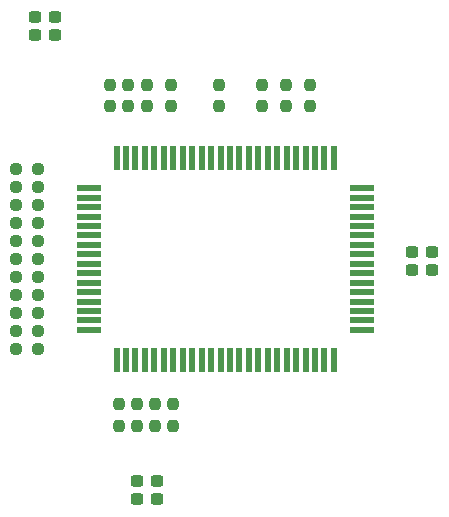
<source format=gbr>
%TF.GenerationSoftware,KiCad,Pcbnew,8.0.4*%
%TF.CreationDate,2024-07-26T11:17:42-07:00*%
%TF.ProjectId,ZORO,5a4f524f-2e6b-4696-9361-645f70636258,0*%
%TF.SameCoordinates,Original*%
%TF.FileFunction,Paste,Top*%
%TF.FilePolarity,Positive*%
%FSLAX46Y46*%
G04 Gerber Fmt 4.6, Leading zero omitted, Abs format (unit mm)*
G04 Created by KiCad (PCBNEW 8.0.4) date 2024-07-26 11:17:42*
%MOMM*%
%LPD*%
G01*
G04 APERTURE LIST*
G04 Aperture macros list*
%AMRoundRect*
0 Rectangle with rounded corners*
0 $1 Rounding radius*
0 $2 $3 $4 $5 $6 $7 $8 $9 X,Y pos of 4 corners*
0 Add a 4 corners polygon primitive as box body*
4,1,4,$2,$3,$4,$5,$6,$7,$8,$9,$2,$3,0*
0 Add four circle primitives for the rounded corners*
1,1,$1+$1,$2,$3*
1,1,$1+$1,$4,$5*
1,1,$1+$1,$6,$7*
1,1,$1+$1,$8,$9*
0 Add four rect primitives between the rounded corners*
20,1,$1+$1,$2,$3,$4,$5,0*
20,1,$1+$1,$4,$5,$6,$7,0*
20,1,$1+$1,$6,$7,$8,$9,0*
20,1,$1+$1,$8,$9,$2,$3,0*%
G04 Aperture macros list end*
%ADD10RoundRect,0.237500X0.237500X-0.250000X0.237500X0.250000X-0.237500X0.250000X-0.237500X-0.250000X0*%
%ADD11RoundRect,0.237500X0.250000X0.237500X-0.250000X0.237500X-0.250000X-0.237500X0.250000X-0.237500X0*%
%ADD12RoundRect,0.237500X-0.237500X0.250000X-0.237500X-0.250000X0.237500X-0.250000X0.237500X0.250000X0*%
%ADD13RoundRect,0.237500X0.300000X0.237500X-0.300000X0.237500X-0.300000X-0.237500X0.300000X-0.237500X0*%
%ADD14RoundRect,0.237500X-0.300000X-0.237500X0.300000X-0.237500X0.300000X0.237500X-0.300000X0.237500X0*%
%ADD15R,0.500000X2.100000*%
%ADD16R,2.100000X0.500000*%
G04 APERTURE END LIST*
D10*
%TO.C,R14*%
X42037000Y40235500D03*
X42037000Y42060500D03*
%TD*%
D11*
%TO.C,R3*%
X34440500Y25781000D03*
X32615500Y25781000D03*
%TD*%
D12*
%TO.C,R15*%
X44323000Y15022200D03*
X44323000Y13197200D03*
%TD*%
D11*
%TO.C,R5*%
X34440500Y19685000D03*
X32615500Y19685000D03*
%TD*%
D13*
%TO.C,C1*%
X44550500Y8509000D03*
X42825500Y8509000D03*
%TD*%
D10*
%TO.C,R35*%
X55455000Y40235500D03*
X55455000Y42060500D03*
%TD*%
%TO.C,R31*%
X53423000Y40235500D03*
X53423000Y42060500D03*
%TD*%
%TO.C,R18*%
X43688000Y40235500D03*
X43688000Y42060500D03*
%TD*%
D13*
%TO.C,C2*%
X44550500Y6985000D03*
X42825500Y6985000D03*
%TD*%
D10*
%TO.C,R32*%
X49784000Y40235500D03*
X49784000Y42060500D03*
%TD*%
D11*
%TO.C,R2*%
X34440500Y33401000D03*
X32615500Y33401000D03*
%TD*%
%TO.C,R6*%
X34440500Y30353000D03*
X32615500Y30353000D03*
%TD*%
D10*
%TO.C,R33*%
X45720000Y40235500D03*
X45720000Y42060500D03*
%TD*%
D11*
%TO.C,R4*%
X34440500Y31877000D03*
X32615500Y31877000D03*
%TD*%
%TO.C,R9*%
X34440500Y24257000D03*
X32615500Y24257000D03*
%TD*%
D14*
%TO.C,C4*%
X66066500Y27940000D03*
X67791500Y27940000D03*
%TD*%
D12*
%TO.C,R13*%
X42799000Y15022200D03*
X42799000Y13197200D03*
%TD*%
D11*
%TO.C,R12*%
X34440500Y22733000D03*
X32615500Y22733000D03*
%TD*%
%TO.C,R8*%
X34440500Y28829000D03*
X32615500Y28829000D03*
%TD*%
%TO.C,R7*%
X34440500Y21209000D03*
X32615500Y21209000D03*
%TD*%
%TO.C,R10*%
X34440500Y27305000D03*
X32615500Y27305000D03*
%TD*%
D10*
%TO.C,R34*%
X57487000Y40235500D03*
X57487000Y42060500D03*
%TD*%
D14*
%TO.C,C3*%
X66066500Y26416000D03*
X67791500Y26416000D03*
%TD*%
D13*
%TO.C,C6*%
X35914500Y46253400D03*
X34189500Y46253400D03*
%TD*%
D12*
%TO.C,R17*%
X45892720Y15022200D03*
X45892720Y13197200D03*
%TD*%
D10*
%TO.C,R16*%
X40513000Y40235500D03*
X40513000Y42060500D03*
%TD*%
D12*
%TO.C,R11*%
X41275000Y15022200D03*
X41275000Y13197200D03*
%TD*%
D13*
%TO.C,C5*%
X35914500Y47777400D03*
X34189500Y47777400D03*
%TD*%
D15*
%TO.C,U1*%
X41092000Y18755000D03*
X41892000Y18755000D03*
X42692000Y18755000D03*
X43492000Y18755000D03*
X44292000Y18755000D03*
X45092000Y18755000D03*
X45892000Y18755000D03*
X46692000Y18755000D03*
X47492000Y18755000D03*
X48292000Y18755000D03*
X49092000Y18755000D03*
X49892000Y18755000D03*
X50692000Y18755000D03*
X51492000Y18755000D03*
X52292000Y18755000D03*
X53092000Y18755000D03*
X53892000Y18755000D03*
X54692000Y18755000D03*
X55492000Y18755000D03*
X56292000Y18755000D03*
X57092000Y18755000D03*
X57892000Y18755000D03*
X58692000Y18755000D03*
X59492000Y18755000D03*
D16*
X61842000Y21305000D03*
X61842000Y22105000D03*
X61842000Y22905000D03*
X61842000Y23705000D03*
X61842000Y24505000D03*
X61842000Y25305000D03*
X61842000Y26105000D03*
X61842000Y26905000D03*
X61842000Y27705000D03*
X61842000Y28505000D03*
X61842000Y29305000D03*
X61842000Y30105000D03*
X61842000Y30905000D03*
X61842000Y31705000D03*
X61842000Y32505000D03*
X61842000Y33305000D03*
D15*
X59492000Y35855000D03*
X58692000Y35855000D03*
X57892000Y35855000D03*
X57092000Y35855000D03*
X56292000Y35855000D03*
X55492000Y35855000D03*
X54692000Y35855000D03*
X53892000Y35855000D03*
X53092000Y35855000D03*
X52292000Y35855000D03*
X51492000Y35855000D03*
X50692000Y35855000D03*
X49892000Y35855000D03*
X49092000Y35855000D03*
X48292000Y35855000D03*
X47492000Y35855000D03*
X46692000Y35855000D03*
X45892000Y35855000D03*
X45092000Y35855000D03*
X44292000Y35855000D03*
X43492000Y35855000D03*
X42692000Y35855000D03*
X41892000Y35855000D03*
X41092000Y35855000D03*
D16*
X38742000Y33305000D03*
X38742000Y32505000D03*
X38742000Y31705000D03*
X38742000Y30905000D03*
X38742000Y30105000D03*
X38742000Y29305000D03*
X38742000Y28505000D03*
X38742000Y27705000D03*
X38742000Y26905000D03*
X38742000Y26105000D03*
X38742000Y25305000D03*
X38742000Y24505000D03*
X38742000Y23705000D03*
X38742000Y22905000D03*
X38742000Y22105000D03*
X38742000Y21305000D03*
%TD*%
D11*
%TO.C,R1*%
X34440500Y34925000D03*
X32615500Y34925000D03*
%TD*%
M02*

</source>
